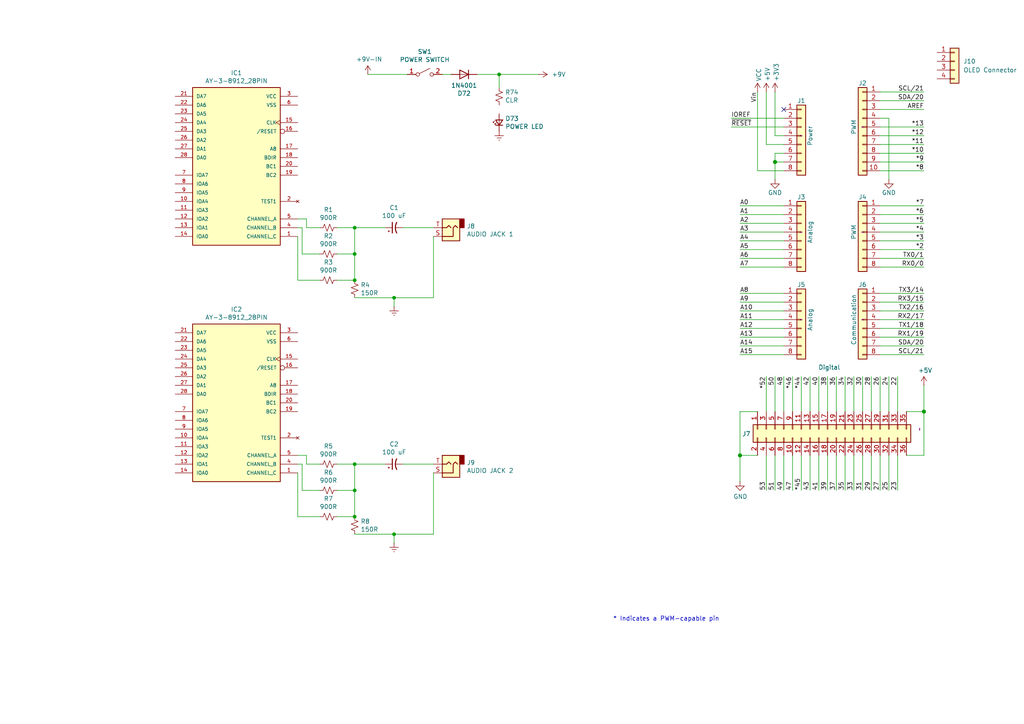
<source format=kicad_sch>
(kicad_sch (version 20250114) (generator "eeschema") (generator_version "9.0")
  (paper "A4")
  (title_block (date "mar. 31 mars 2015"))
  (lib_symbols
    (symbol "Connector:AudioJack2"
      (property "Reference" "J" (at 0 8.89 0))
      (property "Value" "Connector_AudioJack2" (at 0 6.35 0))
      (symbol "AudioJack2_0_1"
        (rectangle (start -3.81 0) (end -2.54 -2.54) (stroke (width 0.254)) (fill (type outline)))
        (rectangle (start -2.54 3.81) (end 2.54 -2.54) (stroke (width 0.254)) (fill (type background)))
        (polyline (pts (xy 0 0) (xy 0.635 -0.635) (xy 1.27 0) (xy 2.54 0)) (stroke (width 0.254)))
        (polyline (pts (xy 2.54 2.54) (xy -0.635 2.54) (xy -0.635 0) (xy -1.27 -0.635) (xy -1.905 0)) (stroke (width 0.254)))
      )
      (symbol "AudioJack2_1_1"
        (pin passive line (at 5.08 2.54 180) (length 2.54) (name "~") (number "S"))
        (pin passive line (at 5.08 0 180) (length 2.54) (name "~") (number "T"))
      )
    )
    (symbol "Connector_Generic:Conn_01x04" (pin_names (offset 1.016) (hide yes))
      (property "Reference" "J" (at 0 5.08 0))
      (property "Value" "Conn_01x04" (at 0 -7.62 0))
      (symbol "Conn_01x04_1_1"
        (rectangle (start -1.27 3.81) (end 1.27 -6.35) (stroke (width 0.254)) (fill (type background)))
        (rectangle (start -1.27 2.667) (end 0 2.413) (stroke (width 0.1524)))
        (rectangle (start -1.27 0.127) (end 0 -0.127) (stroke (width 0.1524)))
        (rectangle (start -1.27 -2.413) (end 0 -2.667) (stroke (width 0.1524)))
        (rectangle (start -1.27 -4.953) (end 0 -5.207) (stroke (width 0.1524)))
        (pin passive line (at -5.08 2.54 0) (length 3.81) (name "Pin_1") (number "1"))
        (pin passive line (at -5.08 0 0) (length 3.81) (name "Pin_2") (number "2"))
        (pin passive line (at -5.08 -2.54 0) (length 3.81) (name "Pin_3") (number "3"))
        (pin passive line (at -5.08 -5.08 0) (length 3.81) (name "Pin_4") (number "4"))
      )
    )
    (symbol "Connector_Generic:Conn_01x08" (pin_names (offset 1.016) (hide yes))
      (property "Reference" "J" (at 0 10.16 0))
      (property "Value" "Conn_01x08" (at 0 -12.7 0))
      (symbol "Conn_01x08_1_1"
        (rectangle (start -1.27 8.89) (end 1.27 -11.43) (stroke (width 0.254)) (fill (type background)))
        (rectangle (start -1.27 7.747) (end 0 7.493) (stroke (width 0.1524)))
        (rectangle (start -1.27 5.207) (end 0 4.953) (stroke (width 0.1524)))
        (rectangle (start -1.27 2.667) (end 0 2.413) (stroke (width 0.1524)))
        (rectangle (start -1.27 0.127) (end 0 -0.127) (stroke (width 0.1524)))
        (rectangle (start -1.27 -2.413) (end 0 -2.667) (stroke (width 0.1524)))
        (rectangle (start -1.27 -4.953) (end 0 -5.207) (stroke (width 0.1524)))
        (rectangle (start -1.27 -7.493) (end 0 -7.747) (stroke (width 0.1524)))
        (rectangle (start -1.27 -10.033) (end 0 -10.287) (stroke (width 0.1524)))
        (pin passive line (at -5.08 7.62 0) (length 3.81) (name "Pin_1") (number "1"))
        (pin passive line (at -5.08 5.08 0) (length 3.81) (name "Pin_2") (number "2"))
        (pin passive line (at -5.08 2.54 0) (length 3.81) (name "Pin_3") (number "3"))
        (pin passive line (at -5.08 0 0) (length 3.81) (name "Pin_4") (number "4"))
        (pin passive line (at -5.08 -2.54 0) (length 3.81) (name "Pin_5") (number "5"))
        (pin passive line (at -5.08 -5.08 0) (length 3.81) (name "Pin_6") (number "6"))
        (pin passive line (at -5.08 -7.62 0) (length 3.81) (name "Pin_7") (number "7"))
        (pin passive line (at -5.08 -10.16 0) (length 3.81) (name "Pin_8") (number "8"))
      )
    )
    (symbol "Connector_Generic:Conn_01x10" (pin_names (offset 1.016) (hide yes))
      (property "Reference" "J" (at 0 12.7 0))
      (property "Value" "Conn_01x10" (at 0 -15.24 0))
      (symbol "Conn_01x10_1_1"
        (rectangle (start -1.27 11.43) (end 1.27 -13.97) (stroke (width 0.254)) (fill (type background)))
        (rectangle (start -1.27 10.287) (end 0 10.033) (stroke (width 0.1524)))
        (rectangle (start -1.27 7.747) (end 0 7.493) (stroke (width 0.1524)))
        (rectangle (start -1.27 5.207) (end 0 4.953) (stroke (width 0.1524)))
        (rectangle (start -1.27 2.667) (end 0 2.413) (stroke (width 0.1524)))
        (rectangle (start -1.27 0.127) (end 0 -0.127) (stroke (width 0.1524)))
        (rectangle (start -1.27 -2.413) (end 0 -2.667) (stroke (width 0.1524)))
        (rectangle (start -1.27 -4.953) (end 0 -5.207) (stroke (width 0.1524)))
        (rectangle (start -1.27 -7.493) (end 0 -7.747) (stroke (width 0.1524)))
        (rectangle (start -1.27 -10.033) (end 0 -10.287) (stroke (width 0.1524)))
        (rectangle (start -1.27 -12.573) (end 0 -12.827) (stroke (width 0.1524)))
        (pin passive line (at -5.08 10.16 0) (length 3.81) (name "Pin_1") (number "1"))
        (pin passive line (at -5.08 7.62 0) (length 3.81) (name "Pin_2") (number "2"))
        (pin passive line (at -5.08 5.08 0) (length 3.81) (name "Pin_3") (number "3"))
        (pin passive line (at -5.08 2.54 0) (length 3.81) (name "Pin_4") (number "4"))
        (pin passive line (at -5.08 0 0) (length 3.81) (name "Pin_5") (number "5"))
        (pin passive line (at -5.08 -2.54 0) (length 3.81) (name "Pin_6") (number "6"))
        (pin passive line (at -5.08 -5.08 0) (length 3.81) (name "Pin_7") (number "7"))
        (pin passive line (at -5.08 -7.62 0) (length 3.81) (name "Pin_8") (number "8"))
        (pin passive line (at -5.08 -10.16 0) (length 3.81) (name "Pin_9") (number "9"))
        (pin passive line (at -5.08 -12.7 0) (length 3.81) (name "Pin_10") (number "10"))
      )
    )
    (symbol "Connector_Generic:Conn_02x18_Odd_Even" (pin_names (offset 1.016) (hide yes))
      (property "Reference" "J" (at 1.27 22.86 0))
      (property "Value" "Conn_02x18_Odd_Even" (at 1.27 -25.4 0))
      (symbol "Conn_02x18_Odd_Even_1_1"
        (rectangle (start -1.27 21.59) (end 3.81 -24.13) (stroke (width 0.254)) (fill (type background)))
        (rectangle (start -1.27 20.447) (end 0 20.193) (stroke (width 0.1524)))
        (rectangle (start -1.27 17.907) (end 0 17.653) (stroke (width 0.1524)))
        (rectangle (start -1.27 15.367) (end 0 15.113) (stroke (width 0.1524)))
        (rectangle (start -1.27 12.827) (end 0 12.573) (stroke (width 0.1524)))
        (rectangle (start -1.27 10.287) (end 0 10.033) (stroke (width 0.1524)))
        (rectangle (start -1.27 7.747) (end 0 7.493) (stroke (width 0.1524)))
        (rectangle (start -1.27 5.207) (end 0 4.953) (stroke (width 0.1524)))
        (rectangle (start -1.27 2.667) (end 0 2.413) (stroke (width 0.1524)))
        (rectangle (start -1.27 0.127) (end 0 -0.127) (stroke (width 0.1524)))
        (rectangle (start -1.27 -2.413) (end 0 -2.667) (stroke (width 0.1524)))
        (rectangle (start -1.27 -4.953) (end 0 -5.207) (stroke (width 0.1524)))
        (rectangle (start -1.27 -7.493) (end 0 -7.747) (stroke (width 0.1524)))
        (rectangle (start -1.27 -10.033) (end 0 -10.287) (stroke (width 0.1524)))
        (rectangle (start -1.27 -12.573) (end 0 -12.827) (stroke (width 0.1524)))
        (rectangle (start -1.27 -15.113) (end 0 -15.367) (stroke (width 0.1524)))
        (rectangle (start -1.27 -17.653) (end 0 -17.907) (stroke (width 0.1524)))
        (rectangle (start -1.27 -20.193) (end 0 -20.447) (stroke (width 0.1524)))
        (rectangle (start -1.27 -22.733) (end 0 -22.987) (stroke (width 0.1524)))
        (rectangle (start 3.81 20.447) (end 2.54 20.193) (stroke (width 0.1524)))
        (rectangle (start 3.81 17.907) (end 2.54 17.653) (stroke (width 0.1524)))
        (rectangle (start 3.81 15.367) (end 2.54 15.113) (stroke (width 0.1524)))
        (rectangle (start 3.81 12.827) (end 2.54 12.573) (stroke (width 0.1524)))
        (rectangle (start 3.81 10.287) (end 2.54 10.033) (stroke (width 0.1524)))
        (rectangle (start 3.81 7.747) (end 2.54 7.493) (stroke (width 0.1524)))
        (rectangle (start 3.81 5.207) (end 2.54 4.953) (stroke (width 0.1524)))
        (rectangle (start 3.81 2.667) (end 2.54 2.413) (stroke (width 0.1524)))
        (rectangle (start 3.81 0.127) (end 2.54 -0.127) (stroke (width 0.1524)))
        (rectangle (start 3.81 -2.413) (end 2.54 -2.667) (stroke (width 0.1524)))
        (rectangle (start 3.81 -4.953) (end 2.54 -5.207) (stroke (width 0.1524)))
        (rectangle (start 3.81 -7.493) (end 2.54 -7.747) (stroke (width 0.1524)))
        (rectangle (start 3.81 -10.033) (end 2.54 -10.287) (stroke (width 0.1524)))
        (rectangle (start 3.81 -12.573) (end 2.54 -12.827) (stroke (width 0.1524)))
        (rectangle (start 3.81 -15.113) (end 2.54 -15.367) (stroke (width 0.1524)))
        (rectangle (start 3.81 -17.653) (end 2.54 -17.907) (stroke (width 0.1524)))
        (rectangle (start 3.81 -20.193) (end 2.54 -20.447) (stroke (width 0.1524)))
        (rectangle (start 3.81 -22.733) (end 2.54 -22.987) (stroke (width 0.1524)))
        (pin passive line (at -5.08 20.32 0) (length 3.81) (name "Pin_1") (number "1"))
        (pin passive line (at -5.08 17.78 0) (length 3.81) (name "Pin_3") (number "3"))
        (pin passive line (at -5.08 15.24 0) (length 3.81) (name "Pin_5") (number "5"))
        (pin passive line (at -5.08 12.7 0) (length 3.81) (name "Pin_7") (number "7"))
        (pin passive line (at -5.08 10.16 0) (length 3.81) (name "Pin_9") (number "9"))
        (pin passive line (at -5.08 7.62 0) (length 3.81) (name "Pin_11") (number "11"))
        (pin passive line (at -5.08 5.08 0) (length 3.81) (name "Pin_13") (number "13"))
        (pin passive line (at -5.08 2.54 0) (length 3.81) (name "Pin_15") (number "15"))
        (pin passive line (at -5.08 0 0) (length 3.81) (name "Pin_17") (number "17"))
        (pin passive line (at -5.08 -2.54 0) (length 3.81) (name "Pin_19") (number "19"))
        (pin passive line (at -5.08 -5.08 0) (length 3.81) (name "Pin_21") (number "21"))
        (pin passive line (at -5.08 -7.62 0) (length 3.81) (name "Pin_23") (number "23"))
        (pin passive line (at -5.08 -10.16 0) (length 3.81) (name "Pin_25") (number "25"))
        (pin passive line (at -5.08 -12.7 0) (length 3.81) (name "Pin_27") (number "27"))
        (pin passive line (at -5.08 -15.24 0) (length 3.81) (name "Pin_29") (number "29"))
        (pin passive line (at -5.08 -17.78 0) (length 3.81) (name "Pin_31") (number "31"))
        (pin passive line (at -5.08 -20.32 0) (length 3.81) (name "Pin_33") (number "33"))
        (pin passive line (at -5.08 -22.86 0) (length 3.81) (name "Pin_35") (number "35"))
        (pin passive line (at 7.62 20.32 180) (length 3.81) (name "Pin_2") (number "2"))
        (pin passive line (at 7.62 17.78 180) (length 3.81) (name "Pin_4") (number "4"))
        (pin passive line (at 7.62 15.24 180) (length 3.81) (name "Pin_6") (number "6"))
        (pin passive line (at 7.62 12.7 180) (length 3.81) (name "Pin_8") (number "8"))
        (pin passive line (at 7.62 10.16 180) (length 3.81) (name "Pin_10") (number "10"))
        (pin passive line (at 7.62 7.62 180) (length 3.81) (name "Pin_12") (number "12"))
        (pin passive line (at 7.62 5.08 180) (length 3.81) (name "Pin_14") (number "14"))
        (pin passive line (at 7.62 2.54 180) (length 3.81) (name "Pin_16") (number "16"))
        (pin passive line (at 7.62 0 180) (length 3.81) (name "Pin_18") (number "18"))
        (pin passive line (at 7.62 -2.54 180) (length 3.81) (name "Pin_20") (number "20"))
        (pin passive line (at 7.62 -5.08 180) (length 3.81) (name "Pin_22") (number "22"))
        (pin passive line (at 7.62 -7.62 180) (length 3.81) (name "Pin_24") (number "24"))
        (pin passive line (at 7.62 -10.16 180) (length 3.81) (name "Pin_26") (number "26"))
        (pin passive line (at 7.62 -12.7 180) (length 3.81) (name "Pin_28") (number "28"))
        (pin passive line (at 7.62 -15.24 180) (length 3.81) (name "Pin_30") (number "30"))
        (pin passive line (at 7.62 -17.78 180) (length 3.81) (name "Pin_32") (number "32"))
        (pin passive line (at 7.62 -20.32 180) (length 3.81) (name "Pin_34") (number "34"))
        (pin passive line (at 7.62 -22.86 180) (length 3.81) (name "Pin_36") (number "36"))
      )
    )
    (symbol "Device:CP1_Small" (pin_numbers (hide yes)) (pin_names (offset 0.254) (hide yes))
      (property "Reference" "C" (at 0.254 1.778 0))
      (property "Value" "Device_CP1_Small" (at 0.254 -2.032 0))
      (symbol "CP1_Small_0_1"
        (polyline (pts (xy -1.524 0.508) (xy 1.524 0.508)) (stroke (width 0.3048)))
        (polyline (pts (xy -1.27 1.524) (xy -0.762 1.524)))
        (polyline (pts (xy -1.016 1.27) (xy -1.016 1.778)))
        (arc (start -1.524 -0.762) (mid 0 -0.3734) (end 1.524 -0.762) (stroke (width 0.3048)))
      )
      (symbol "CP1_Small_1_1"
        (pin passive line (at 0 2.54 270) (length 2.032) (name "~") (number "1"))
        (pin passive line (at 0 -2.54 90) (length 2.032) (name "~") (number "2"))
      )
    )
    (symbol "Device:LED_Small" (pin_numbers (hide yes)) (pin_names (offset 0.254) (hide yes))
      (property "Reference" "D" (at -1.27 3.175 0))
      (property "Value" "LED_Small" (at -4.445 -2.54 0))
      (symbol "LED_Small_0_1"
        (polyline (pts (xy -0.762 -1.016) (xy -0.762 1.016)) (stroke (width 0.254)))
        (polyline (pts (xy 0 0.762) (xy -0.508 1.27) (xy -0.254 1.27) (xy -0.508 1.27) (xy -0.508 1.016)))
        (polyline (pts (xy 0.508 1.27) (xy 0 1.778) (xy 0.254 1.778) (xy 0 1.778) (xy 0 1.524)))
        (polyline (pts (xy 0.762 -1.016) (xy -0.762 0) (xy 0.762 1.016) (xy 0.762 -1.016)) (stroke (width 0.254)))
        (polyline (pts (xy 1.016 0) (xy -0.762 0)))
      )
      (symbol "LED_Small_1_1"
        (pin passive line (at -2.54 0 0) (length 1.778) (name "K") (number "1"))
        (pin passive line (at 2.54 0 180) (length 1.778) (name "A") (number "2"))
      )
    )
    (symbol "Device:R_Small_US" (pin_numbers (hide yes)) (pin_names (offset 0.254) (hide yes))
      (property "Reference" "R" (at 0.762 0.508 0))
      (property "Value" "R_Small_US" (at 0.762 -1.016 0))
      (symbol "R_Small_US_1_1"
        (polyline (pts (xy 0 1.524) (xy 1.016 1.143) (xy 0 0.762) (xy -1.016 0.381) (xy 0 0)))
        (polyline (pts (xy 0 0) (xy 1.016 -0.381) (xy 0 -0.762) (xy -1.016 -1.143) (xy 0 -1.524)))
        (pin passive line (at 0 2.54 270) (length 1.016) (name "~") (number "1"))
        (pin passive line (at 0 -2.54 90) (length 1.016) (name "~") (number "2"))
      )
    )
    (symbol "Diode:1N5400" (pin_numbers (hide yes)) (pin_names (hide yes))
      (property "Reference" "D" (at 0 2.54 0))
      (property "Value" "1N5400" (at 0 -2.54 0))
      (symbol "1N5400_0_1"
        (polyline (pts (xy -1.27 1.27) (xy -1.27 -1.27)) (stroke (width 0.254)))
        (polyline (pts (xy 1.27 1.27) (xy 1.27 -1.27) (xy -1.27 0) (xy 1.27 1.27)) (stroke (width 0.254)))
        (polyline (pts (xy 1.27 0) (xy -1.27 0)))
      )
      (symbol "1N5400_1_1"
        (pin passive line (at -3.81 0 0) (length 2.54) (name "K") (number "1"))
        (pin passive line (at 3.81 0 180) (length 2.54) (name "A") (number "2"))
      )
    )
    (symbol "Switch:SW_SPST" (pin_names (offset 0) (hide yes))
      (property "Reference" "SW" (at 0 3.175 0))
      (property "Value" "SW_SPST" (at 0 -2.54 0))
      (symbol "SW_SPST_0_0"
        (circle (center -2.032 0) (radius 0.508))
        (polyline (pts (xy -1.524 0.254) (xy 1.524 1.778)))
        (circle (center 2.032 0) (radius 0.508))
      )
      (symbol "SW_SPST_1_1"
        (pin passive line (at -5.08 0 0) (length 2.54) (name "A") (number "1"))
        (pin passive line (at 5.08 0 180) (length 2.54) (name "B") (number "2"))
      )
    )
    (symbol "clholm-kicad-lib:AY-3-8912_28PIN" (pin_names (offset 1.016))
      (property "Reference" "IC" (at -12.7 21.59 0))
      (property "Value" "clholm-kicad-lib_AY-3-8912_28PIN" (at -12.7 -27.94 0))
      (symbol "AY-3-8912_28PIN_0_0"
        (rectangle (start -12.7 -25.4) (end 12.7 20.32) (stroke (width 0.254)) (fill (type background)))
        (pin bidirectional line (at -17.78 17.78 0) (length 5.08) (name "DA7") (number "21"))
        (pin bidirectional line (at -17.78 15.24 0) (length 5.08) (name "DA6") (number "22"))
        (pin bidirectional line (at -17.78 12.7 0) (length 5.08) (name "DA5") (number "23"))
        (pin bidirectional line (at -17.78 10.16 0) (length 5.08) (name "DA4") (number "24"))
        (pin bidirectional line (at -17.78 7.62 0) (length 5.08) (name "DA3") (number "25"))
        (pin bidirectional line (at -17.78 5.08 0) (length 5.08) (name "DA2") (number "26"))
        (pin bidirectional line (at -17.78 2.54 0) (length 5.08) (name "DA1") (number "27"))
        (pin bidirectional line (at -17.78 0 0) (length 5.08) (name "DA0") (number "28"))
        (pin bidirectional line (at -17.78 -5.08 0) (length 5.08) (name "IOA7") (number "7"))
        (pin bidirectional line (at -17.78 -7.62 0) (length 5.08) (name "IOA6") (number "8"))
        (pin bidirectional line (at -17.78 -10.16 0) (length 5.08) (name "IOA5") (number "9"))
        (pin bidirectional line (at -17.78 -12.7 0) (length 5.08) (name "IOA4") (number "10"))
        (pin bidirectional line (at -17.78 -15.24 0) (length 5.08) (name "IOA3") (number "11"))
        (pin bidirectional line (at -17.78 -17.78 0) (length 5.08) (name "IOA2") (number "12"))
        (pin bidirectional line (at -17.78 -20.32 0) (length 5.08) (name "IOA1") (number "13"))
        (pin bidirectional line (at -17.78 -22.86 0) (length 5.08) (name "IOA0") (number "14"))
        (pin power_in line (at 17.78 17.78 180) (length 5.08) (name "VCC") (number "3"))
        (pin power_in line (at 17.78 15.24 180) (length 5.08) (name "VSS") (number "6"))
        (pin input clock (at 17.78 10.16 180) (length 5.08) (name "CLK") (number "15"))
        (pin input inverted (at 17.78 7.62 180) (length 5.08) (name "/RESET") (number "16"))
        (pin input line (at 17.78 2.54 180) (length 5.08) (name "A8") (number "17"))
        (pin input line (at 17.78 0 180) (length 5.08) (name "BDIR") (number "18"))
        (pin input line (at 17.78 -2.54 180) (length 5.08) (name "BC1") (number "20"))
        (pin input line (at 17.78 -5.08 180) (length 5.08) (name "BC2") (number "19"))
        (pin no_connect line (at 17.78 -12.7 180) (length 5.08) (name "TEST1") (number "2"))
        (pin output line (at 17.78 -17.78 180) (length 5.08) (name "CHANNEL_A") (number "5"))
        (pin output line (at 17.78 -20.32 180) (length 5.08) (name "CHANNEL_B") (number "4"))
        (pin output line (at 17.78 -22.86 180) (length 5.08) (name "CHANNEL_C") (number "1"))
      )
    )
    (symbol "power:+3V3" (power) (pin_numbers (hide yes)) (pin_names (offset 0) (hide yes))
      (property "Value" "+3V3" (at 0 3.556 0))
      (symbol "+3V3_0_1"
        (polyline (pts (xy -0.762 1.27) (xy 0 2.54)))
        (polyline (pts (xy 0 2.54) (xy 0.762 1.27)))
        (polyline (pts (xy 0 0) (xy 0 2.54)))
      )
      (symbol "+3V3_1_1"
        (pin power_in line (at 0 0 90) (length 0) (name "~") (number "1"))
      )
    )
    (symbol "power:+5V" (power) (pin_numbers (hide yes)) (pin_names (offset 0) (hide yes))
      (property "Value" "+5V" (at 0 3.556 0))
      (symbol "+5V_0_1"
        (polyline (pts (xy -0.762 1.27) (xy 0 2.54)))
        (polyline (pts (xy 0 2.54) (xy 0.762 1.27)))
        (polyline (pts (xy 0 0) (xy 0 2.54)))
      )
      (symbol "+5V_1_1"
        (pin power_in line (at 0 0 90) (length 0) (name "~") (number "1"))
      )
    )
    (symbol "power:+9V" (power) (pin_numbers (hide yes)) (pin_names (offset 0) (hide yes))
      (property "Value" "+9V" (at 0 3.556 0))
      (symbol "+9V_0_1"
        (polyline (pts (xy -0.762 1.27) (xy 0 2.54)))
        (polyline (pts (xy 0 2.54) (xy 0.762 1.27)))
        (polyline (pts (xy 0 0) (xy 0 2.54)))
      )
      (symbol "+9V_1_1"
        (pin power_in line (at 0 0 90) (length 0) (name "~") (number "1"))
      )
    )
    (symbol "power:Earth" (power) (pin_numbers (hide yes)) (pin_names (offset 0) (hide yes))
      (property "Value" "Earth" (at 0 -3.81 0))
      (symbol "Earth_0_1"
        (polyline (pts (xy -0.635 -1.905) (xy 0.635 -1.905)))
        (polyline (pts (xy -0.127 -2.54) (xy 0.127 -2.54)))
        (polyline (pts (xy 0 -1.27) (xy 0 0)))
        (polyline (pts (xy 1.27 -1.27) (xy -1.27 -1.27)))
      )
      (symbol "Earth_1_1"
        (pin power_in line (at 0 0 270) (length 0) (name "~") (number "1"))
      )
    )
    (symbol "power:GND" (power) (pin_numbers (hide yes)) (pin_names (offset 0) (hide yes))
      (property "Value" "GND" (at 0 -3.81 0))
      (symbol "GND_0_1"
        (polyline (pts (xy 0 0) (xy 0 -1.27) (xy 1.27 -1.27) (xy 0 -2.54) (xy -1.27 -1.27) (xy 0 -1.27)))
      )
      (symbol "GND_1_1"
        (pin power_in line (at 0 0 270) (length 0) (name "~") (number "1"))
      )
    )
    (symbol "power:VCC" (power) (pin_numbers (hide yes)) (pin_names (offset 0) (hide yes))
      (property "Value" "VCC" (at 0 3.556 0))
      (symbol "VCC_0_1"
        (polyline (pts (xy -0.762 1.27) (xy 0 2.54)))
        (polyline (pts (xy 0 2.54) (xy 0.762 1.27)))
        (polyline (pts (xy 0 0) (xy 0 2.54)))
      )
      (symbol "VCC_1_1"
        (pin power_in line (at 0 0 90) (length 0) (name "~") (number "1"))
      )
    )
  )
  (text "* Indicates a PWM-capable pin" (at 177.8 180.34 0) (effects (font (size 1.27 1.27)) (justify left bottom)))
  (junction (at 102.87 66.04))
  (junction (at 102.87 134.62))
  (junction (at 214.63 132.08) (diameter 1.016))
  (junction (at 144.78 21.59))
  (junction (at 224.79 46.99) (diameter 1.016))
  (junction (at 102.87 81.28))
  (junction (at 114.3 154.94))
  (junction (at 102.87 73.66))
  (junction (at 102.87 149.86))
  (junction (at 102.87 142.24))
  (junction (at 114.3 86.36))
  (junction (at 267.97 119.38) (diameter 1.016))
  (no_connect (at 227.33 31.75))
  (wire (pts (xy 255.27 77.47) (xy 267.97 77.47)))
  (wire (pts (xy 214.63 77.47) (xy 227.33 77.47)))
  (wire (pts (xy 255.27 44.45) (xy 267.97 44.45)))
  (wire (pts (xy 237.49 109.22) (xy 237.49 119.38)))
  (wire (pts (xy 125.73 86.36) (xy 125.73 68.58)))
  (wire (pts (xy 102.87 142.24) (xy 102.87 149.86)))
  (wire (pts (xy 114.3 86.36) (xy 125.73 86.36)))
  (wire (pts (xy 255.27 26.67) (xy 267.97 26.67)))
  (wire (pts (xy 240.03 109.22) (xy 240.03 119.38)))
  (wire (pts (xy 88.9 134.62) (xy 92.71 134.62)))
  (wire (pts (xy 267.97 119.38) (xy 267.97 132.08)))
  (wire (pts (xy 219.71 119.38) (xy 214.63 119.38)))
  (wire (pts (xy 116.84 66.04) (xy 125.73 66.04)))
  (wire (pts (xy 88.9 63.5) (xy 86.36 63.5)))
  (wire (pts (xy 255.27 90.17) (xy 267.97 90.17)))
  (wire (pts (xy 224.79 44.45) (xy 224.79 46.99)))
  (wire (pts (xy 97.79 149.86) (xy 102.87 149.86)))
  (wire (pts (xy 242.57 132.08) (xy 242.57 142.24)))
  (wire (pts (xy 214.63 72.39) (xy 227.33 72.39)))
  (wire (pts (xy 247.65 109.22) (xy 247.65 119.38)))
  (wire (pts (xy 224.79 109.22) (xy 224.79 119.38)))
  (wire (pts (xy 260.35 109.22) (xy 260.35 119.38)))
  (wire (pts (xy 97.79 81.28) (xy 102.87 81.28)))
  (wire (pts (xy 224.79 46.99) (xy 224.79 52.07)))
  (wire (pts (xy 255.27 132.08) (xy 255.27 142.24)))
  (wire (pts (xy 97.79 73.66) (xy 102.87 73.66)))
  (wire (pts (xy 224.79 39.37) (xy 227.33 39.37)))
  (wire (pts (xy 234.95 109.22) (xy 234.95 119.38)))
  (wire (pts (xy 222.25 41.91) (xy 227.33 41.91)))
  (wire (pts (xy 245.11 132.08) (xy 245.11 142.24)))
  (wire (pts (xy 222.25 26.67) (xy 222.25 41.91)))
  (wire (pts (xy 214.63 102.87) (xy 227.33 102.87)))
  (wire (pts (xy 87.63 66.04) (xy 86.36 66.04)))
  (wire (pts (xy 229.87 132.08) (xy 229.87 142.24)))
  (wire (pts (xy 252.73 132.08) (xy 252.73 142.24)))
  (wire (pts (xy 255.27 36.83) (xy 267.97 36.83)))
  (wire (pts (xy 88.9 132.08) (xy 86.36 132.08)))
  (wire (pts (xy 224.79 26.67) (xy 224.79 39.37)))
  (wire (pts (xy 255.27 59.69) (xy 267.97 59.69)))
  (wire (pts (xy 227.33 59.69) (xy 214.63 59.69)))
  (wire (pts (xy 255.27 39.37) (xy 267.97 39.37)))
  (wire (pts (xy 227.33 100.33) (xy 214.63 100.33)))
  (wire (pts (xy 87.63 142.24) (xy 92.71 142.24)))
  (wire (pts (xy 102.87 134.62) (xy 102.87 142.24)))
  (wire (pts (xy 255.27 62.23) (xy 267.97 62.23)))
  (wire (pts (xy 102.87 73.66) (xy 102.87 81.28)))
  (wire (pts (xy 114.3 86.36) (xy 114.3 88.9)))
  (wire (pts (xy 88.9 134.62) (xy 88.9 132.08)))
  (wire (pts (xy 255.27 97.79) (xy 267.97 97.79)))
  (wire (pts (xy 245.11 109.22) (xy 245.11 119.38)))
  (wire (pts (xy 214.63 119.38) (xy 214.63 132.08)))
  (wire (pts (xy 86.36 68.58) (xy 86.36 81.28)))
  (wire (pts (xy 86.36 149.86) (xy 92.71 149.86)))
  (wire (pts (xy 229.87 109.22) (xy 229.87 119.38)))
  (wire (pts (xy 219.71 132.08) (xy 214.63 132.08)))
  (wire (pts (xy 138.43 21.59) (xy 144.78 21.59)))
  (wire (pts (xy 255.27 46.99) (xy 267.97 46.99)))
  (wire (pts (xy 252.73 109.22) (xy 252.73 119.38)))
  (wire (pts (xy 250.19 109.22) (xy 250.19 119.38)))
  (wire (pts (xy 232.41 132.08) (xy 232.41 142.24)))
  (wire (pts (xy 250.19 132.08) (xy 250.19 142.24)))
  (wire (pts (xy 227.33 132.08) (xy 227.33 142.24)))
  (wire (pts (xy 257.81 109.22) (xy 257.81 119.38)))
  (wire (pts (xy 255.27 67.31) (xy 267.97 67.31)))
  (wire (pts (xy 237.49 132.08) (xy 237.49 142.24)))
  (wire (pts (xy 232.41 109.22) (xy 232.41 119.38)))
  (wire (pts (xy 212.09 34.29) (xy 227.33 34.29)))
  (wire (pts (xy 102.87 154.94) (xy 114.3 154.94)))
  (wire (pts (xy 102.87 86.36) (xy 114.3 86.36)))
  (wire (pts (xy 102.87 66.04) (xy 102.87 73.66)))
  (wire (pts (xy 255.27 87.63) (xy 267.97 87.63)))
  (wire (pts (xy 267.97 111.76) (xy 267.97 119.38)))
  (wire (pts (xy 257.81 34.29) (xy 257.81 52.07)))
  (wire (pts (xy 255.27 102.87) (xy 267.97 102.87)))
  (wire (pts (xy 255.27 31.75) (xy 267.97 31.75)))
  (wire (pts (xy 262.89 119.38) (xy 267.97 119.38)))
  (wire (pts (xy 255.27 95.25) (xy 267.97 95.25)))
  (wire (pts (xy 214.63 92.71) (xy 227.33 92.71)))
  (wire (pts (xy 227.33 64.77) (xy 214.63 64.77)))
  (wire (pts (xy 212.09 36.83) (xy 227.33 36.83)))
  (wire (pts (xy 87.63 134.62) (xy 86.36 134.62)))
  (wire (pts (xy 255.27 85.09) (xy 267.97 85.09)))
  (wire (pts (xy 227.33 46.99) (xy 224.79 46.99)))
  (wire (pts (xy 128.27 21.59) (xy 130.81 21.59)))
  (wire (pts (xy 114.3 154.94) (xy 114.3 157.48)))
  (wire (pts (xy 144.78 21.59) (xy 144.78 25.4)))
  (wire (pts (xy 87.63 73.66) (xy 92.71 73.66)))
  (wire (pts (xy 227.33 49.53) (xy 219.71 49.53)))
  (wire (pts (xy 222.25 109.22) (xy 222.25 119.38)))
  (wire (pts (xy 88.9 66.04) (xy 92.71 66.04)))
  (wire (pts (xy 214.63 62.23) (xy 227.33 62.23)))
  (wire (pts (xy 224.79 132.08) (xy 224.79 142.24)))
  (wire (pts (xy 87.63 73.66) (xy 87.63 66.04)))
  (wire (pts (xy 247.65 132.08) (xy 247.65 142.24)))
  (wire (pts (xy 102.87 134.62) (xy 111.76 134.62)))
  (wire (pts (xy 227.33 90.17) (xy 214.63 90.17)))
  (wire (pts (xy 86.36 137.16) (xy 86.36 149.86)))
  (wire (pts (xy 222.25 132.08) (xy 222.25 142.24)))
  (wire (pts (xy 255.27 92.71) (xy 267.97 92.71)))
  (wire (pts (xy 255.27 34.29) (xy 257.81 34.29)))
  (wire (pts (xy 240.03 132.08) (xy 240.03 142.24)))
  (wire (pts (xy 97.79 66.04) (xy 102.87 66.04)))
  (wire (pts (xy 116.84 134.62) (xy 125.73 134.62)))
  (wire (pts (xy 227.33 44.45) (xy 224.79 44.45)))
  (wire (pts (xy 214.63 97.79) (xy 227.33 97.79)))
  (wire (pts (xy 255.27 109.22) (xy 255.27 119.38)))
  (wire (pts (xy 255.27 41.91) (xy 267.97 41.91)))
  (wire (pts (xy 242.57 109.22) (xy 242.57 119.38)))
  (wire (pts (xy 214.63 87.63) (xy 227.33 87.63)))
  (wire (pts (xy 144.78 21.59) (xy 156.21 21.59)))
  (wire (pts (xy 255.27 64.77) (xy 267.97 64.77)))
  (wire (pts (xy 88.9 66.04) (xy 88.9 63.5)))
  (wire (pts (xy 214.63 67.31) (xy 227.33 67.31)))
  (wire (pts (xy 227.33 109.22) (xy 227.33 119.38)))
  (wire (pts (xy 125.73 154.94) (xy 125.73 137.16)))
  (wire (pts (xy 255.27 100.33) (xy 267.97 100.33)))
  (wire (pts (xy 267.97 132.08) (xy 262.89 132.08)))
  (wire (pts (xy 227.33 85.09) (xy 214.63 85.09)))
  (wire (pts (xy 114.3 154.94) (xy 125.73 154.94)))
  (wire (pts (xy 260.35 132.08) (xy 260.35 142.24)))
  (wire (pts (xy 97.79 134.62) (xy 102.87 134.62)))
  (wire (pts (xy 255.27 29.21) (xy 267.97 29.21)))
  (wire (pts (xy 257.81 132.08) (xy 257.81 142.24)))
  (wire (pts (xy 87.63 142.24) (xy 87.63 134.62)))
  (wire (pts (xy 255.27 72.39) (xy 267.97 72.39)))
  (wire (pts (xy 97.79 142.24) (xy 102.87 142.24)))
  (wire (pts (xy 255.27 69.85) (xy 267.97 69.85)))
  (wire (pts (xy 102.87 66.04) (xy 111.76 66.04)))
  (wire (pts (xy 106.68 21.59) (xy 118.11 21.59)))
  (wire (pts (xy 234.95 132.08) (xy 234.95 142.24)))
  (wire (pts (xy 86.36 81.28) (xy 92.71 81.28)))
  (wire (pts (xy 255.27 74.93) (xy 267.97 74.93)))
  (wire (pts (xy 227.33 95.25) (xy 214.63 95.25)))
  (wire (pts (xy 219.71 49.53) (xy 219.71 26.67)))
  (wire (pts (xy 214.63 132.08) (xy 214.63 139.7)))
  (wire (pts (xy 227.33 74.93) (xy 214.63 74.93)))
  (wire (pts (xy 227.33 69.85) (xy 214.63 69.85)))
  (wire (pts (xy 255.27 49.53) (xy 267.97 49.53)))
  (label "A10" (at 214.63 90.17 0))
  (label "RX0{slash}0" (at 267.97 77.47 180))
  (label "A15" (at 214.63 102.87 0))
  (label "A2" (at 214.63 64.77 0))
  (label "RX2{slash}17" (at 267.97 92.71 180))
  (label "*4" (at 267.97 67.31 180))
  (label "SDA{slash}20" (at 267.97 100.33 180))
  (label "26" (at 255.27 109.22 270))
  (label "31" (at 250.19 142.24 90))
  (label "22" (at 260.35 109.22 270))
  (label "33" (at 247.65 142.24 90))
  (label "36" (at 242.57 109.22 270))
  (label "*2" (at 267.97 72.39 180))
  (label "TX1{slash}18" (at 267.97 95.25 180))
  (label "*44" (at 232.41 109.22 270))
  (label "A3" (at 214.63 67.31 0))
  (label "*13" (at 267.97 36.83 180))
  (label "*52" (at 222.25 109.22 270))
  (label "*12" (at 267.97 39.37 180))
  (label "40" (at 237.49 109.22 270))
  (label "~{RESET}" (at 212.09 36.83 0))
  (label "35" (at 245.11 142.24 90))
  (label "*10" (at 267.97 44.45 180))
  (label "28" (at 252.73 109.22 270))
  (label "23" (at 260.35 142.24 90))
  (label "29" (at 252.73 142.24 90))
  (label "A13" (at 214.63 97.79 0))
  (label "41" (at 237.49 142.24 90))
  (label "30" (at 250.19 109.22 270))
  (label "47" (at 229.87 142.24 90))
  (label "34" (at 245.11 109.22 270))
  (label "*45" (at 232.41 142.24 90))
  (label "38" (at 240.03 109.22 270))
  (label "51" (at 224.79 142.24 90))
  (label "*7" (at 267.97 59.69 180))
  (label "SDA{slash}20" (at 267.97 29.21 180))
  (label "*8" (at 267.97 49.53 180))
  (label "A9" (at 214.63 87.63 0))
  (label "*11" (at 267.97 41.91 180))
  (label "*3" (at 267.97 69.85 180))
  (label "A6" (at 214.63 74.93 0))
  (label "42" (at 234.95 109.22 270))
  (label "A1" (at 214.63 62.23 0))
  (label "53" (at 222.25 142.24 90))
  (label "TX0{slash}1" (at 267.97 74.93 180))
  (label "24" (at 257.81 109.22 270))
  (label "RX1{slash}19" (at 267.97 97.79 180))
  (label "A0" (at 214.63 59.69 0))
  (label "AREF" (at 267.97 31.75 180))
  (label "A14" (at 214.63 100.33 0))
  (label "39" (at 240.03 142.24 90))
  (label "A8" (at 214.63 85.09 0))
  (label "Vin" (at 219.71 26.67 270))
  (label "27" (at 255.27 142.24 90))
  (label "37" (at 242.57 142.24 90))
  (label "25" (at 257.81 142.24 90))
  (label "*6" (at 267.97 62.23 180))
  (label "*46" (at 229.87 109.22 270))
  (label "SCL{slash}21" (at 267.97 26.67 180))
  (label "*9" (at 267.97 46.99 180))
  (label "50" (at 224.79 109.22 270))
  (label "TX2{slash}16" (at 267.97 90.17 180))
  (label "*5" (at 267.97 64.77 180))
  (label "IOREF" (at 212.09 34.29 0))
  (label "A7" (at 214.63 77.47 0))
  (label "A11" (at 214.63 92.71 0))
  (label "A4" (at 214.63 69.85 0))
  (label "49" (at 227.33 142.24 90))
  (label "A5" (at 214.63 72.39 0))
  (label "RX3{slash}15" (at 267.97 87.63 180))
  (label "TX3{slash}14" (at 267.97 85.09 180))
  (label "32" (at 247.65 109.22 270))
  (label "43" (at 234.95 142.24 90))
  (label "A12" (at 214.63 95.25 0))
  (label "SCL{slash}21" (at 267.97 102.87 180))
  (label "48" (at 227.33 109.22 270))
  (symbol (lib_id "Connector_Generic:Conn_01x08") (at 232.41 39.37 0) (unit 1)
    (property "Reference" "J1" (at 232.41 29.21 0))
    (property "Value" "Power" (at 234.95 39.37 90))
    (property "Footprint" "Connector_PinSocket_2.54mm:PinSocket_1x08_P2.54mm_Vertical" (effects (hide yes)))
    (property "Datasheet" "~" (at 232.41 39.37 0))
    (property "Description" "Generic connector, single row, 01x08, script generated (kicad-library-utils/schlib/autogen/connector/)" (effects (hide yes)))
  )
  (symbol (lib_id "power:+3V3") (at 224.79 26.67 0) (unit 1)
    (property "Reference" "#PWR03" (effects (hide yes)))
    (property "Value" "+3V3" (at 225.171 23.622 90) (effects (justify left)))
    (property "Description" "Power symbol creates a global label with name \"+3V3\"" (effects (hide yes)))
  )
  (symbol (lib_id "power:+5V") (at 222.25 26.67 0) (unit 1)
    (property "Reference" "#PWR02" (effects (hide yes)))
    (property "Value" "+5V" (at 222.6056 23.622 90) (effects (justify left)))
    (property "Description" "Power symbol creates a global label with name \"+5V\"" (effects (hide yes)))
  )
  (symbol (lib_id "power:GND") (at 224.79 52.07 0) (unit 1)
    (property "Reference" "#PWR04" (effects (hide yes)))
    (property "Value" "GND" (at 224.79 55.88 0))
    (property "Description" "Power symbol creates a global label with name \"GND\" , ground" (effects (hide yes)))
  )
  (symbol (lib_id "Connector_Generic:Conn_01x10") (at 250.19 36.83 0) (mirror y) (unit 1)
    (property "Reference" "J2" (at 250.19 24.13 0))
    (property "Value" "PWM" (at 247.65 36.83 90))
    (property "Footprint" "Connector_PinSocket_2.54mm:PinSocket_1x10_P2.54mm_Vertical" (effects (hide yes)))
    (property "Datasheet" "~" (at 250.19 36.83 0))
    (property "Description" "Generic connector, single row, 01x10, script generated (kicad-library-utils/schlib/autogen/connector/)" (effects (hide yes)))
  )
  (symbol (lib_id "power:GND") (at 257.81 52.07 0) (unit 1)
    (property "Reference" "#PWR05" (effects (hide yes)))
    (property "Value" "GND" (at 257.81 55.88 0))
    (property "Description" "Power symbol creates a global label with name \"GND\" , ground" (effects (hide yes)))
  )
  (symbol (lib_id "Connector_Generic:Conn_01x08") (at 232.41 67.31 0) (unit 1)
    (property "Reference" "J3" (at 232.41 57.15 0))
    (property "Value" "Analog" (at 234.95 67.31 90))
    (property "Footprint" "Connector_PinSocket_2.54mm:PinSocket_1x08_P2.54mm_Vertical" (effects (hide yes)))
    (property "Datasheet" "~" (at 232.41 67.31 0))
    (property "Description" "Generic connector, single row, 01x08, script generated (kicad-library-utils/schlib/autogen/connector/)" (effects (hide yes)))
  )
  (symbol (lib_id "Connector_Generic:Conn_01x08") (at 250.19 67.31 0) (mirror y) (unit 1)
    (property "Reference" "J4" (at 250.19 57.15 0))
    (property "Value" "PWM" (at 247.65 67.31 90))
    (property "Footprint" "Connector_PinSocket_2.54mm:PinSocket_1x08_P2.54mm_Vertical" (effects (hide yes)))
    (property "Datasheet" "~" (at 250.19 67.31 0))
    (property "Description" "Generic connector, single row, 01x08, script generated (kicad-library-utils/schlib/autogen/connector/)" (effects (hide yes)))
  )
  (symbol (lib_id "Connector_Generic:Conn_01x08") (at 232.41 92.71 0) (unit 1)
    (property "Reference" "J5" (at 232.41 82.55 0))
    (property "Value" "Analog" (at 234.95 92.71 90))
    (property "Footprint" "Connector_PinSocket_2.54mm:PinSocket_1x08_P2.54mm_Vertical" (effects (hide yes)))
    (property "Datasheet" "~" (at 232.41 92.71 0))
    (property "Description" "Generic connector, single row, 01x08, script generated (kicad-library-utils/schlib/autogen/connector/)" (effects (hide yes)))
  )
  (symbol (lib_id "Connector_Generic:Conn_01x08") (at 250.19 92.71 0) (mirror y) (unit 1)
    (property "Reference" "J6" (at 250.19 82.55 0))
    (property "Value" "Communication" (at 247.65 92.71 90))
    (property "Footprint" "Connector_PinSocket_2.54mm:PinSocket_1x08_P2.54mm_Vertical" (effects (hide yes)))
    (property "Datasheet" "~" (at 250.19 92.71 0))
    (property "Description" "Generic connector, single row, 01x08, script generated (kicad-library-utils/schlib/autogen/connector/)" (effects (hide yes)))
  )
  (symbol (lib_id "Connector_Generic:Conn_02x18_Odd_Even") (at 240.03 124.46 90) (mirror x) (unit 1)
    (property "Reference" "J7" (at 217.6779 125.8506 90) (effects (justify left)))
    (property "Value" "Digital" (at 240.538 106.553 90))
    (property "Footprint" "Connector_PinSocket_2.54mm:PinSocket_2x18_P2.54mm_Vertical" (effects (hide yes)))
    (property "Datasheet" "~" (at 266.7 124.46 0))
    (property "Description" "Generic connector, double row, 02x18, odd/even pin numbering scheme (row 1 odd numbers, row 2 even numbers), script generated (kicad-library-utils/schlib/autogen/connector/)" (effects (hide yes)))
  )
  (symbol (lib_id "power:GND") (at 214.63 139.7 0) (unit 1)
    (property "Reference" "#PWR07" (effects (hide yes)))
    (property "Value" "GND" (at 214.7443 144.0244 0))
    (property "Description" "Power symbol creates a global label with name \"GND\" , ground" (effects (hide yes)))
  )
  (symbol (lib_id "power:+5V") (at 267.97 111.76 0) (unit 1)
    (property "Reference" "#PWR06" (effects (hide yes)))
    (property "Value" "+5V" (at 268.3383 107.4356 0))
    (property "Description" "Power symbol creates a global label with name \"+5V\"" (effects (hide yes)))
  )
  (symbol (lib_id "Switch:SW_SPST") (at 123.19 21.59 0) (unit 1)
    (property "Reference" "SW1" (at 123.19 14.986 0))
    (property "Value" "POWER SWITCH" (at 123.19 17.2974 0))
  )
  (symbol (lib_id "clholm-kicad-lib:AY-3-8912_28PIN") (at 68.58 45.72 0) (unit 1)
    (property "Reference" "IC1" (at 68.58 21.1582 0))
    (property "Value" "AY-3-8912_28PIN" (at 68.58 23.4696 0))
    (property "Footprint" "Package_DIP:DIP-28_W15.24mm_Socket" (effects (hide yes)))
  )
  (symbol (lib_id "power:+9V") (at 106.68 21.59 0) (unit 1)
    (property "Reference" "#PWR016" (effects (hide yes)))
    (property "Value" "+9V-IN" (at 107.061 17.1958 0))
  )
  (symbol (lib_id "Device:CP1_Small") (at 114.3 66.04 90) (unit 1)
    (property "Reference" "C1" (at 114.3 60.2488 90))
    (property "Value" "100 uF" (at 114.3 62.5602 90))
    (property "Footprint" "cholm-footprints:0801" (effects (hide yes)))
  )
  (symbol (lib_id "Device:R_Small_US") (at 95.25 81.28 270) (unit 1)
    (property "Reference" "R3" (at 95.25 76.073 90))
    (property "Value" "900R" (at 95.25 78.3844 90))
  )
  (symbol (lib_id "Device:R_Small_US") (at 95.25 73.66 270) (unit 1)
    (property "Reference" "R2" (at 95.25 68.453 90))
    (property "Value" "900R" (at 95.25 70.7644 90))
  )
  (symbol (lib_id "Device:R_Small_US") (at 95.25 66.04 270) (unit 1)
    (property "Reference" "R1" (at 95.25 60.833 90))
    (property "Value" "900R" (at 95.25 63.1444 90))
  )
  (symbol (lib_id "Device:R_Small_US") (at 102.87 83.82 0) (unit 1)
    (property "Reference" "R4" (at 104.5972 82.6516 0) (effects (justify left)))
    (property "Value" "150R" (at 104.5972 84.963 0) (effects (justify left)))
  )
  (symbol (lib_id "power:Earth") (at 114.3 88.9 0) (unit 1)
    (property "Reference" "#PWR014" (effects (hide yes)))
    (property "Value" "Earth" (effects (hide yes)))
  )
  (symbol (lib_id "Diode:1N5400") (at 134.62 21.59 180) (unit 1)
    (property "Reference" "D72" (at 134.62 27.1018 0))
    (property "Value" "1N4001" (at 134.62 24.7904 0))
    (property "Footprint" "Diode_SMD:D_SMA_Handsoldering" (effects (hide yes)))
    (property "Datasheet" "http://www.vishay.com/docs/88516/1n5400.pdf" (effects (hide yes)))
  )
  (symbol (lib_id "Device:LED_Small") (at 144.78 35.56 90) (unit 1)
    (property "Reference" "D73" (at 146.558 34.3916 90) (effects (justify right)))
    (property "Value" "POWER LED" (at 146.558 36.703 90) (effects (justify right)))
    (property "Footprint" "LED_THT:LED_D3.0mm" (effects (hide yes)))
  )
  (symbol (lib_id "Device:R_Small_US") (at 144.78 27.94 0) (unit 1)
    (property "Reference" "R74" (at 146.5072 26.7716 0) (effects (justify left)))
    (property "Value" "CLR" (at 146.5072 29.083 0) (effects (justify left)))
    (property "Footprint" "Resistor_THT:R_Axial_DIN0207_L6.3mm_D2.5mm_P10.16mm_Horizontal" (effects (hide yes)))
  )
  (symbol (lib_id "power:Earth") (at 144.78 38.1 0) (unit 1)
    (property "Reference" "#PWR020" (effects (hide yes)))
    (property "Value" "Earth" (effects (hide yes)))
  )
  (symbol (lib_id "power:+9V") (at 156.21 21.59 270) (unit 1)
    (property "Reference" "#PWR09" (effects (hide yes)))
    (property "Value" "+9V" (at 160.02 21.5899 90) (effects (justify left)))
    (property "Description" "Power symbol creates a global label with name \"+9V\"" (effects (hide yes)))
  )
  (symbol (lib_id "clholm-kicad-lib:AY-3-8912_28PIN") (at 68.58 114.3 0) (unit 1)
    (property "Reference" "IC2" (at 68.58 89.7382 0))
    (property "Value" "AY-3-8912_28PIN" (at 68.58 92.0496 0))
    (property "Footprint" "Package_DIP:DIP-28_W15.24mm_Socket" (effects (hide yes)))
  )
  (symbol (lib_id "power:VCC") (at 219.71 26.67 0) (unit 1)
    (property "Reference" "#PWR01" (effects (hide yes)))
    (property "Value" "VCC" (at 220.091 23.622 90) (effects (justify left)))
    (property "Description" "Power symbol creates a global label with name \"VCC\"" (effects (hide yes)))
  )
  (symbol (lib_id "power:Earth") (at 114.3 157.48 0) (unit 1)
    (property "Reference" "#PWR08" (effects (hide yes)))
    (property "Value" "Earth" (effects (hide yes)))
  )
  (symbol (lib_id "Connector_Generic:Conn_01x04") (at 276.86 17.78 0) (unit 1)
    (property "Reference" "J10" (at 279.4 17.7799 0) (effects (justify left)))
    (property "Value" "OLED Connector" (at 279.4 20.3199 0) (effects (justify left)))
    (property "Footprint" "Connector_JST:JST_SH_SM04B-SRSS-TB_1x04-1MP_P1.00mm_Horizontal" (effects (hide yes)))
    (property "Description" "Generic connector, single row, 01x04, script generated (kicad-library-utils/schlib/autogen/connector/)" (effects (hide yes)))
  )
  (symbol (lib_id "Device:R_Small_US") (at 95.25 134.62 270) (unit 1)
    (property "Reference" "R5" (at 95.25 129.413 90))
    (property "Value" "900R" (at 95.25 131.7244 90))
  )
  (symbol (lib_id "Device:R_Small_US") (at 95.25 142.24 270) (unit 1)
    (property "Reference" "R6" (at 95.25 137.033 90))
    (property "Value" "900R" (at 95.25 139.3444 90))
  )
  (symbol (lib_id "Device:R_Small_US") (at 95.25 149.86 270) (unit 1)
    (property "Reference" "R7" (at 95.25 144.653 90))
    (property "Value" "900R" (at 95.25 146.9644 90))
  )
  (symbol (lib_id "Device:R_Small_US") (at 102.87 152.4 0) (unit 1)
    (property "Reference" "R8" (at 104.5972 151.2316 0) (effects (justify left)))
    (property "Value" "150R" (at 104.5972 153.543 0) (effects (justify left)))
  )
  (symbol (lib_id "Connector:AudioJack2") (at 130.81 134.62 180) (unit 1)
    (property "Reference" "J9" (at 135.382 134.1882 0) (effects (justify right)))
    (property "Value" "AUDIO JACK 2" (at 135.382 136.4996 0) (effects (justify right)))
    (property "Footprint" "Connector_Audio:Jack_6.35mm_Neutrik_NMJ4HCD2_Horizontal" (effects (hide yes)))
  )
  (symbol (lib_id "Device:CP1_Small") (at 114.3 134.62 90) (unit 1)
    (property "Reference" "C2" (at 114.3 128.8288 90))
    (property "Value" "100 uF" (at 114.3 131.1402 90))
    (property "Footprint" "cholm-footprints:0801" (effects (hide yes)))
  )
  (symbol (lib_id "Connector:AudioJack2") (at 130.81 66.04 180) (unit 1)
    (property "Reference" "J8" (at 135.382 65.6082 0) (effects (justify right)))
    (property "Value" "AUDIO JACK 1" (at 135.382 67.9196 0) (effects (justify right)))
    (property "Footprint" "Connector_Audio:Jack_6.35mm_Neutrik_NMJ4HCD2_Horizontal" (effects (hide yes)))
  )
)
</source>
